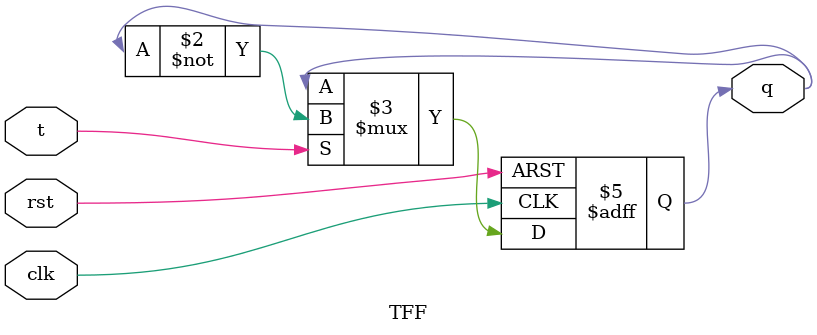
<source format=v>
module TFF (
    input clk, rst, t,
    output reg q
);

    always @(posedge clk or posedge rst) begin
        if (rst) q<=0;
        else if (t) q<=~q;
    end
    
endmodule
</source>
